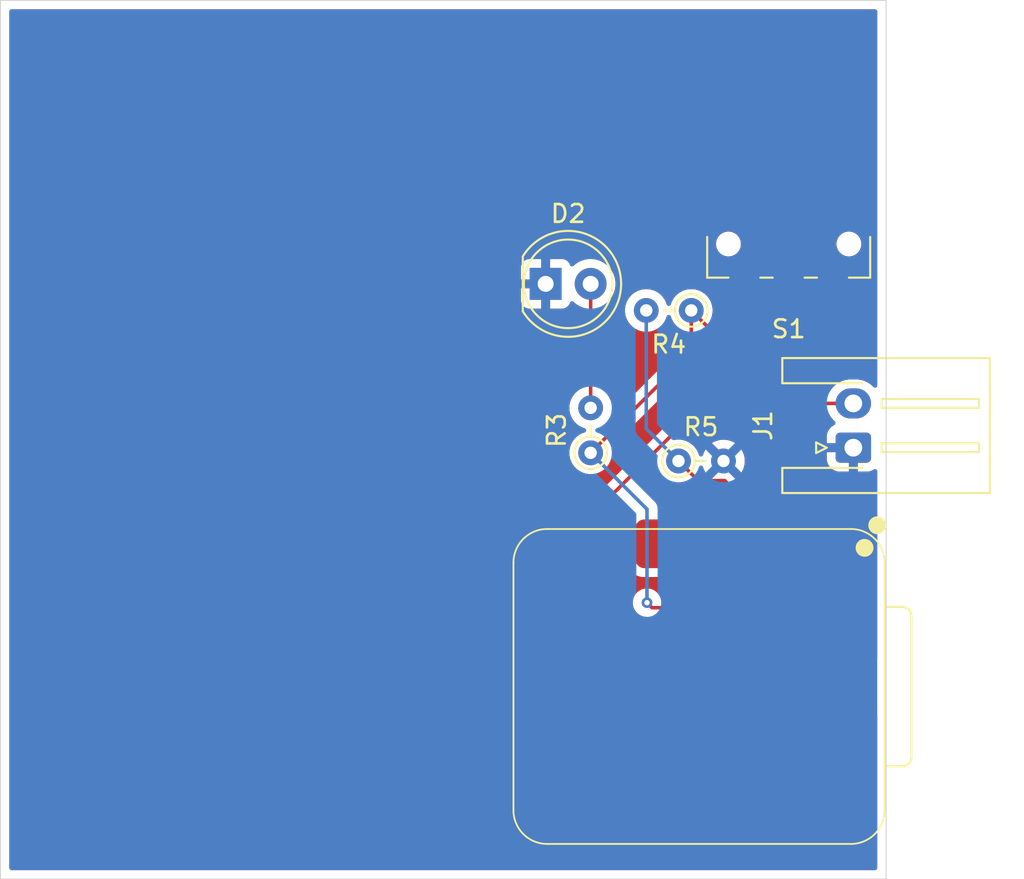
<source format=kicad_pcb>
(kicad_pcb (version 20241229) (generator "pcbnew") (generator_version "9.0")
  (layers (0 "F.Cu" signal) (2 "B.Cu" signal) (13 "F.Paste" user) (15 "B.Paste" user) (5 "F.SilkS" user "F.Silkscreen") (7 "B.SilkS" user "B.Silkscreen") (1 "F.Mask" user) (3 "B.Mask" user) (25 "Edge.Cuts" user))
  (net 0 "")
  (net 1 "GND")
  (net 2 "Net-(D2-A)")
  (net 3 "/Push")
  (net 4 "/BAT+")
  (net 5 "/BAT_level")
  (footprint "Resistor_THT:R_Axial_DIN0204_L3.6mm_D1.6mm_P2.54mm_Vertical" (layer "F.Cu") (at 149.28 85.5)
    (property "Reference" "R5" (at 1.27 -1.92 0) (layer "F.SilkS"))
    (property "Value" "1k")
    (fp_line (start 0.92 0) (end 1.54 0) (stroke (width 0.12)) (layer "F.SilkS"))
    (fp_circle (center 0 0) (end 0.92 0) (stroke (width 0.12)) (fill no) (layer "F.SilkS"))
    (pad "1" thru_hole circle (at 0 0) (size 1.4 1.4) (drill 0.7) (layers "*.Cu" "*.Mask") (net 5 "/BAT_level"))
    (pad "2" thru_hole circle (at 2.54 0) (size 1.4 1.4) (drill 0.7) (layers "*.Cu" "*.Mask") (net 1 "GND"))
  )
  (footprint "Resistor_THT:R_Axial_DIN0204_L3.6mm_D1.6mm_P2.54mm_Vertical" (layer "F.Cu") (at 150 77 180)
    (property "Reference" "R4" (at 1.27 -1.92 0) (layer "F.SilkS"))
    (property "Value" "1k")
    (fp_line (start 0.92 0) (end 1.54 0) (stroke (width 0.12)) (layer "F.SilkS"))
    (fp_circle (center 0 0) (end 0.92 0) (stroke (width 0.12)) (fill no) (layer "F.SilkS"))
    (pad "1" thru_hole circle (at 0 0 180) (size 1.4 1.4) (drill 0.7) (layers "*.Cu" "*.Mask") (net 4 "/BAT+"))
    (pad "2" thru_hole circle (at 2.54 0 180) (size 1.4 1.4) (drill 0.7) (layers "*.Cu" "*.Mask") (net 5 "/BAT_level"))
  )
  (footprint "Resistor_THT:R_Axial_DIN0204_L3.6mm_D1.6mm_P2.54mm_Vertical" (layer "F.Cu") (at 144.32 85.04 90)
    (property "Reference" "R3" (at 1.27 -1.92 90) (layer "F.SilkS"))
    (property "Value" "1k")
    (fp_line (start 0.92 0) (end 1.54 0) (stroke (width 0.12)) (layer "F.SilkS"))
    (fp_circle (center 0 0) (end 0.92 0) (stroke (width 0.12)) (fill no) (layer "F.SilkS"))
    (pad "1" thru_hole circle (at 0 0 90) (size 1.4 1.4) (drill 0.7) (layers "*.Cu" "*.Mask") (net 4 "/BAT+"))
    (pad "2" thru_hole circle (at 2.54 0 90) (size 1.4 1.4) (drill 0.7) (layers "*.Cu" "*.Mask") (net 2 "Net-(D2-A)"))
  )
  (footprint "Connector_JST:JST_XH_S2B-XH-A-1_1x02_P2.50mm_Horizontal" (layer "F.Cu") (at 159.15 84.75 90)
    (property "Reference" "J1" (at 1.25 -5.1 90) (layer "F.SilkS"))
    (property "Value" "Conn_01x02_Pin")
    (fp_line (start 5.06 -4.01) (end 3.64 -4.01) (stroke (width 0.12)) (layer "F.SilkS"))
    (fp_line (start 3.64 -4.01) (end 3.64 0.49) (stroke (width 0.12)) (layer "F.SilkS"))
    (fp_line (start -1.14 -4.01) (end -1.14 0.49) (stroke (width 0.12)) (layer "F.SilkS"))
    (fp_line (start -2.56 -4.01) (end -1.14 -4.01) (stroke (width 0.12)) (layer "F.SilkS"))
    (fp_line (start 0.3 -2.1) (end 0 -1.5) (stroke (width 0.12)) (layer "F.SilkS"))
    (fp_line (start -0.3 -2.1) (end 0.3 -2.1) (stroke (width 0.12)) (layer "F.SilkS"))
    (fp_line (start 0 -1.5) (end -0.3 -2.1) (stroke (width 0.12)) (layer "F.SilkS"))
    (fp_line (start 2.75 1.6) (end 2.25 1.6) (stroke (width 0.12)) (layer "F.SilkS"))
    (fp_line (start 2.25 1.6) (end 2.25 7.1) (stroke (width 0.12)) (layer "F.SilkS"))
    (fp_line (start 0.25 1.6) (end -0.25 1.6) (stroke (width 0.12)) (layer "F.SilkS"))
    (fp_line (start -0.25 1.6) (end -0.25 7.1) (stroke (width 0.12)) (layer "F.SilkS"))
    (fp_line (start 2.75 7.1) (end 2.75 1.6) (stroke (width 0.12)) (layer "F.SilkS"))
    (fp_line (start 2.25 7.1) (end 2.75 7.1) (stroke (width 0.12)) (layer "F.SilkS"))
    (fp_line (start 0.25 7.1) (end 0.25 1.6) (stroke (width 0.12)) (layer "F.SilkS"))
    (fp_line (start -0.25 7.1) (end 0.25 7.1) (stroke (width 0.12)) (layer "F.SilkS"))
    (fp_line (start 5.06 7.71) (end 5.06 -4.01) (stroke (width 0.12)) (layer "F.SilkS"))
    (fp_line (start 1.25 7.71) (end 5.06 7.71) (stroke (width 0.12)) (layer "F.SilkS"))
    (fp_line (start 1.25 7.71) (end -2.56 7.71) (stroke (width 0.12)) (layer "F.SilkS"))
    (fp_line (start -2.56 7.71) (end -2.56 -4.01) (stroke (width 0.12)) (layer "F.SilkS"))
    (pad "1" thru_hole roundrect (at 0 0 90) (size 1.7 2) (drill 1) (layers "*.Cu" "*.Mask") (roundrect_rratio 0.147059) (net 1 "GND"))
    (pad "2" thru_hole oval (at 2.5 0 90) (size 1.7 2) (drill 1) (layers "*.Cu" "*.Mask") (net 3 "/Push"))
  )
  (footprint "LED_THT:LED_D5.0mm" (layer "F.Cu") (at 141.78 75.5)
    (property "Reference" "D2" (at 1.27 -3.96 0) (layer "F.SilkS"))
    (property "Value" "LED")
    (fp_line (start -1.29 -1.545) (end -1.29 1.545) (stroke (width 0.12)) (layer "F.SilkS"))
    (fp_arc (start -1.29 -1.54483) (mid 2.071779 -2.880495) (end 4.26 0) (stroke (width 0.12)) (layer "F.SilkS"))
    (fp_arc (start 4.26 0) (mid 2.071779 2.880495) (end -1.29 1.54483) (stroke (width 0.12)) (layer "F.SilkS"))
    (fp_circle (center 1.27 0) (end 3.77 0) (stroke (width 0.12)) (fill no) (layer "F.SilkS"))
    (pad "1" thru_hole rect (at 0 0) (size 1.8 1.8) (drill 0.9) (layers "*.Cu" "*.Mask") (net 1 "GND"))
    (pad "2" thru_hole circle (at 2.54 0) (size 1.8 1.8) (drill 0.9) (layers "*.Cu" "*.Mask") (net 2 "Net-(D2-A)"))
  )
  (footprint "Button_Switch_SMD:SW_SPDT_CK_JS102011SAQN" (layer "F.Cu") (at 155.5 73.25 180)
    (property "Reference" "S1" (at 0 -4.8 0) (layer "F.SilkS"))
    (property "Value" "JS102011SAQN")
    (fp_line (start 4.6 -1.9) (end 4.6 0.4) (stroke (width 0.12)) (layer "F.SilkS"))
    (fp_line (start 3.4 -1.9) (end 4.6 -1.9) (stroke (width 0.12)) (layer "F.SilkS"))
    (fp_line (start 1.6 -1.9) (end 0.9 -1.9) (stroke (width 0.12)) (layer "F.SilkS"))
    (fp_line (start -0.9 -1.9) (end -1.6 -1.9) (stroke (width 0.12)) (layer "F.SilkS"))
    (fp_line (start -4.6 0.4) (end -4.6 -1.9) (stroke (width 0.12)) (layer "F.SilkS"))
    (fp_line (start -4.6 -1.9) (end -3.4 -1.9) (stroke (width 0.12)) (layer "F.SilkS"))
    (pad "" np_thru_hole circle (at -3.4 0 180) (size 0.9 0.9) (drill 0.9) (layers "*.Cu" "*.Mask"))
    (pad "" np_thru_hole circle (at 3.4 0 180) (size 0.9 0.9) (drill 0.9) (layers "*.Cu" "*.Mask"))
    (pad "1" smd roundrect (at -2.5 -2.75 180) (size 1.25 2.5) (layers "F.Cu" "F.Mask" "F.Paste") (roundrect_rratio 0.2))
    (pad "2" smd roundrect (at 0 -2.75 180) (size 1.25 2.5) (layers "F.Cu" "F.Mask" "F.Paste") (roundrect_rratio 0.2) (net 4 "/BAT+"))
    (pad "3" smd roundrect (at 2.5 -2.75 180) (size 1.25 2.5) (layers "F.Cu" "F.Mask" "F.Paste") (roundrect_rratio 0.2))
  )
  (footprint "Seeed Studio XIAO Series Library:XIAO-nRF52840-SMD" (layer "F.Cu") (at 150.38 98.285 -90)
    (property "Reference" "U1" (hide yes))
    (property "Value" "XIAO-nRF52840-SMD")
    (fp_line (start -7.04 10.418) (end 6.93 10.418) (stroke (width 0.1)) (layer "F.SilkS") (net 7798831))
    (fp_line (start -8.945 8.513) (end -8.945 -8.632) (stroke (width 0.1)) (layer "F.SilkS") (net 7798831))
    (fp_line (start 8.835 8.513) (end 8.835 -8.632) (stroke (width 0.1)) (layer "F.SilkS") (net 7798831))
    (fp_line (start -4.55 -10.537) (end -4.546272 -11.547272) (stroke (width 0.127)) (layer "F.SilkS") (net 7798831))
    (fp_line (start 6.93 -10.537) (end -7.04 -10.537) (stroke (width 0.1)) (layer "F.SilkS") (net 7798831))
    (fp_line (start 4.449 -11.547) (end 4.449 -10.537) (stroke (width 0.127)) (layer "F.SilkS") (net 7798831))
    (fp_line (start -4.046272 -12.047) (end 3.949 -12.047) (stroke (width 0.127)) (layer "F.SilkS") (net 7798831))
    (fp_arc (start -7.04 10.418) (mid -8.387038 9.860038) (end -8.945 8.513) (stroke (width 0.1)) (layer "F.SilkS") (net 7798831))
    (fp_arc (start 8.835 8.513) (mid 8.277038 9.860038) (end 6.93 10.418) (stroke (width 0.1)) (layer "F.SilkS") (net 7798831))
    (fp_arc (start -8.945 -8.636) (mid -8.387038 -9.983038) (end -7.04 -10.541) (stroke (width 0.1)) (layer "F.SilkS") (net 7798831))
    (fp_arc (start 6.93 -10.537) (mid 8.277024 -9.979024) (end 8.835 -8.632) (stroke (width 0.1)) (layer "F.SilkS") (net 7798831))
    (fp_arc (start -4.546272 -11.547272) (mid -4.399724 -11.900644) (end -4.046272 -12.047) (stroke (width 0.127)) (layer "F.SilkS") (net 7798831))
    (fp_arc (start 3.949 -12.047) (mid 4.302524 -11.900524) (end 4.449 -11.547) (stroke (width 0.127)) (layer "F.SilkS") (net 7798831))
    (fp_circle (center -7.881 -9.404) (end -7.881 -9.658) (stroke (width 0.5)) (fill yes) (layer "F.SilkS") (net 7798831))
    (fp_circle (center -9.155 -10.121) (end -9.155 -10.375) (stroke (width 0.5)) (fill yes) (layer "F.SilkS") (net 7798831))
    (pad "1" smd roundrect (at -8.11 -7.62 270) (size 2.75 2) (layers "F.Cu" "F.Mask" "F.Paste"))
    (pad "2" smd roundrect (at -8.11 -5.08 270) (size 2.75 2) (layers "F.Cu" "F.Mask" "F.Paste") (net 5 "/BAT_level"))
    (pad "3" smd roundrect (at -8.11 -2.54 270) (size 2.75 2) (layers "F.Cu" "F.Mask" "F.Paste"))
    (pad "4" smd roundrect (at -8.11 0 270) (size 2.75 2) (layers "F.Cu" "F.Mask" "F.Paste"))
    (pad "5" smd roundrect (at -8.11 2.54 270) (size 2.75 2) (layers "F.Cu" "F.Mask" "F.Paste"))
    (pad "6" smd roundrect (at -8.11 5.08 270) (size 2.75 2) (layers "F.Cu" "F.Mask" "F.Paste"))
    (pad "7" smd roundrect (at -8.11 7.62 270) (size 2.75 2) (layers "F.Cu" "F.Mask" "F.Paste") (net 3 "/Push"))
    (pad "8" smd roundrect (at 8.055 7.62 270) (size 2.75 2) (layers "F.Cu" "F.Mask" "F.Paste"))
    (pad "9" smd roundrect (at 8.055 5.08 270) (size 2.75 2) (layers "F.Cu" "F.Mask" "F.Paste"))
    (pad "10" smd roundrect (at 8.055 2.54 270) (size 2.75 2) (layers "F.Cu" "F.Mask" "F.Paste"))
    (pad "11" smd roundrect (at 8.055 0 270) (size 2.75 2) (layers "F.Cu" "F.Mask" "F.Paste"))
    (pad "12" smd roundrect (at 8.055 -2.54 270) (size 2.75 2) (layers "F.Cu" "F.Mask" "F.Paste"))
    (pad "13" smd roundrect (at 8.055 -5.08 270) (size 2.75 2) (layers "F.Cu" "F.Mask" "F.Paste") (net 1 "GND"))
    (pad "14" smd roundrect (at 8.055 -7.62 270) (size 2.75 2) (layers "F.Cu" "F.Mask" "F.Paste"))
    (pad "15" smd roundrect (at -4.5 -0.3135 90) (size 2.5 1.1) (layers "F.Cu" "F.Mask" "F.Paste") (net 4 "/BAT+"))
    (pad "16" smd roundrect (at -4.5 -2.2185 90) (size 2.5 1.1) (layers "F.Cu" "F.Mask" "F.Paste") (net 1 "GND"))
    (pad "17" smd roundrect (at 3.755 9.2369 180) (size 2.5 1.1) (layers "F.Cu" "F.Mask" "F.Paste"))
    (pad "18" smd roundrect (at 5.66 9.2369 180) (size 2.5 1.1) (layers "F.Cu" "F.Mask" "F.Paste"))
    (pad "19" smd circle (at -1.325 -8.5685 270) (size 1.7 1.7) (layers "F.Cu" "F.Mask" "F.Paste"))
    (pad "20" smd circle (at 1.215 -8.5685 270) (size 1.7 1.7) (layers "F.Cu" "F.Mask" "F.Paste"))
    (pad "21" smd circle (at -1.325 -6.0285 270) (size 1.7 1.7) (layers "F.Cu" "F.Mask" "F.Paste"))
    (pad "22" smd circle (at 1.215 -6.0285 270) (size 1.7 1.7) (layers "F.Cu" "F.Mask" "F.Paste") (net 1 "GND"))
  )
  (gr_rect (start 111 59.5) (end 161 109.1) (stroke (width 0.05)) (fill no) (layer "Edge.Cuts"))
  (segment (start 144.32 82.5) (end 144.32 75.5) (width 0.2) (layer "F.Cu") (net 2))
  (segment (start 150.685 82.25) (end 142.76 90.175) (width 0.2) (layer "F.Cu") (net 3))
  (segment (start 159.15 82.25) (end 150.685 82.25) (width 0.2) (layer "F.Cu") (net 3))
  (segment (start 147.785 93.785) (end 147.5 93.5) (width 0.2) (layer "F.Cu") (net 4))
  (segment (start 144.32 85.04) (end 150 79.36) (width 0.2) (layer "F.Cu") (net 4))
  (segment (start 150.6935 93.785) (end 147.785 93.785) (width 0.2) (layer "F.Cu") (net 4))
  (segment (start 151.5 78.5) (end 153 78.5) (width 0.2) (layer "F.Cu") (net 4))
  (segment (start 150 77) (end 151.5 78.5) (width 0.2) (layer "F.Cu") (net 4))
  (segment (start 150 79.36) (end 150 77) (width 0.2) (layer "F.Cu") (net 4))
  (segment (start 153 78.5) (end 155.5 76) (width 0.2) (layer "F.Cu") (net 4))
  (via (at 147.5 93.5) (size 0.6) (drill 0.3) (layers "F.Cu" "B.Cu") (net 4))
  (segment (start 147.5 93.5) (end 147.5 88.22) (width 0.2) (layer "B.Cu") (net 4))
  (segment (start 147.5 88.22) (end 144.32 85.04) (width 0.2) (layer "B.Cu") (net 4))
  (segment (start 155.46 90.175) (end 151.8925 86.6075) (width 0.2) (layer "F.Cu") (net 5))
  (segment (start 150.3875 86.6075) (end 149.28 85.5) (width 0.2) (layer "F.Cu") (net 5))
  (segment (start 151.8925 86.6075) (end 150.3875 86.6075) (width 0.2) (layer "F.Cu") (net 5))
  (segment (start 147.46 77) (end 147.46 83.68) (width 0.2) (layer "B.Cu") (net 5))
  (segment (start 147.46 83.68) (end 149.28 85.5) (width 0.2) (layer "B.Cu") (net 5))
  (zone (net 1) (net_name "GND") (layer "F.Cu") (connect_pads (clearance 0.5)) (min_thickness 0.25) (fill yes (thermal_gap 0.5) (thermal_bridge_width 0.5))
    (polygon (pts (xy 111 59.5) (xy 161 59.5) (xy 161 109.1) (xy 111 109.1)))
  )
  (zone (net 1) (net_name "GND") (layer "B.Cu") (priority 1) (connect_pads (clearance 0.5)) (min_thickness 0.25) (fill yes (thermal_gap 0.5) (thermal_bridge_width 0.5))
    (polygon (pts (xy 111 59.5) (xy 161 59.5) (xy 161 109.1) (xy 111 109.1)))
  )
)
</source>
